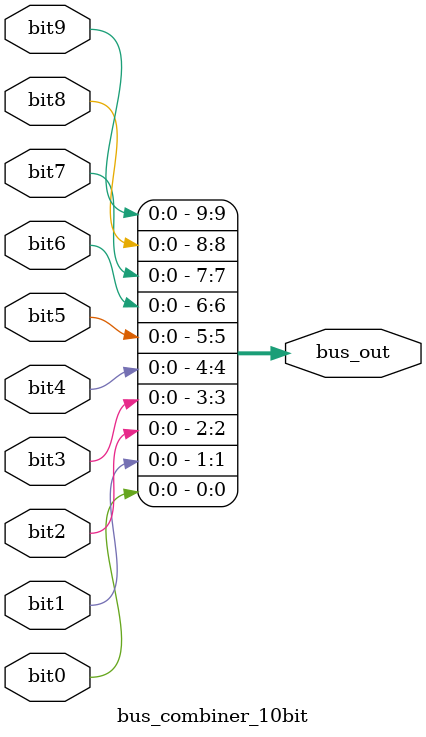
<source format=v>
module bus_combiner_10bit (
    input wire bit0,         
    input wire bit1,         
    input wire bit2,         
    input wire bit3,         
    input wire bit4,         
    input wire bit5,         
    input wire bit6,         
    input wire bit7,         
    input wire bit8,         
    input wire bit9,         
    output wire [9:0] bus_out 
);
    assign bus_out = {bit9, bit8, bit7, bit6, bit5, bit4, bit3, bit2, bit1, bit0};
endmodule

</source>
